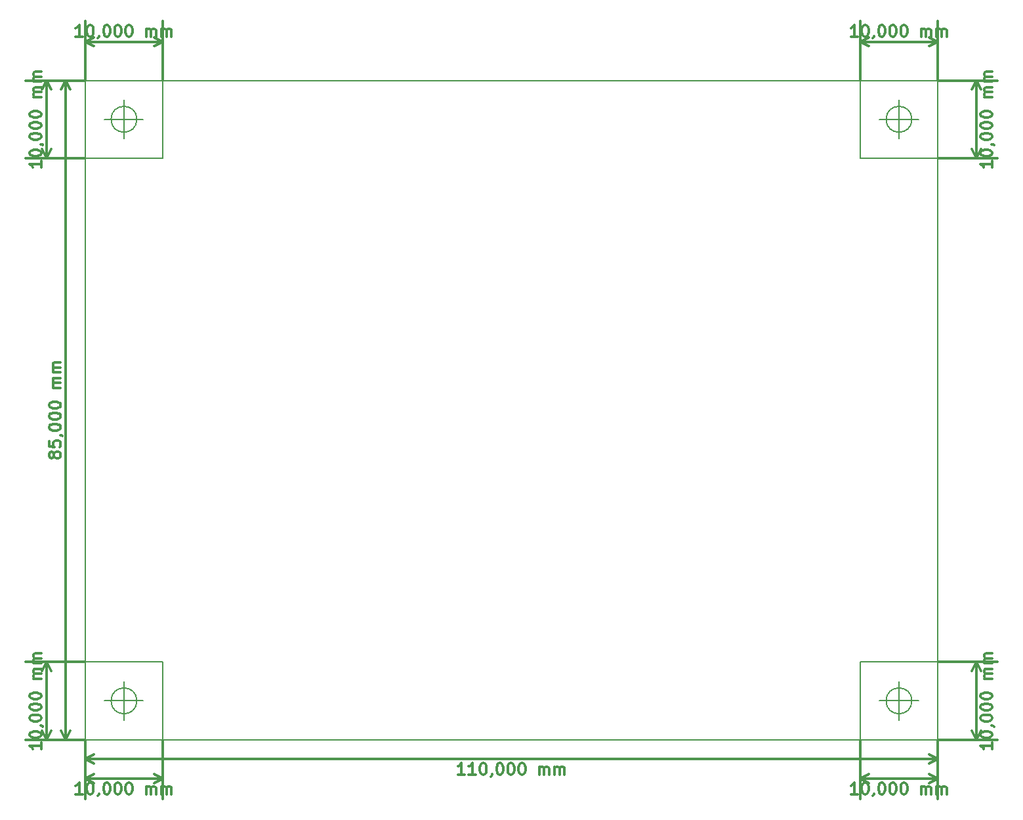
<source format=gbr>
G04 #@! TF.GenerationSoftware,KiCad,Pcbnew,(5.1.4)-1*
G04 #@! TF.CreationDate,2019-12-04T23:14:54+01:00*
G04 #@! TF.ProjectId,instru_bab_v2,696e7374-7275-45f6-9261-625f76322e6b,rev?*
G04 #@! TF.SameCoordinates,Original*
G04 #@! TF.FileFunction,Other,ECO1*
%FSLAX46Y46*%
G04 Gerber Fmt 4.6, Leading zero omitted, Abs format (unit mm)*
G04 Created by KiCad (PCBNEW (5.1.4)-1) date 2019-12-04 23:14:54*
%MOMM*%
%LPD*%
G04 APERTURE LIST*
%ADD10C,0.200000*%
%ADD11C,0.150000*%
%ADD12C,0.300000*%
G04 APERTURE END LIST*
D10*
X139667825Y-108334814D02*
G75*
G03X139667825Y-108334814I-1666666J0D01*
G01*
X135501159Y-108334814D02*
X140501159Y-108334814D01*
X138001159Y-105834814D02*
X138001159Y-110834814D01*
X139667825Y-33334814D02*
G75*
G03X139667825Y-33334814I-1666666J0D01*
G01*
X135501159Y-33334814D02*
X140501159Y-33334814D01*
X138001159Y-30834814D02*
X138001159Y-35834814D01*
X39667825Y-108334814D02*
G75*
G03X39667825Y-108334814I-1666666J0D01*
G01*
X35501159Y-108334814D02*
X40501159Y-108334814D01*
X38001159Y-105834814D02*
X38001159Y-110834814D01*
X39667825Y-33334814D02*
G75*
G03X39667825Y-33334814I-1666666J0D01*
G01*
X35501159Y-33334814D02*
X40501159Y-33334814D01*
X38001159Y-30834814D02*
X38001159Y-35834814D01*
D11*
X43001159Y-103334814D02*
X33001159Y-103334814D01*
X43001159Y-113334814D02*
X43001159Y-103334814D01*
X133001159Y-113334814D02*
X43001159Y-113334814D01*
X133001159Y-103334814D02*
X133001159Y-113334814D01*
X143001159Y-103334814D02*
X133001159Y-103334814D01*
X143001159Y-38334814D02*
X143001159Y-103334814D01*
X133001159Y-38334814D02*
X143001159Y-38334814D01*
X133001159Y-28334814D02*
X133001159Y-38334814D01*
X43001159Y-28334814D02*
X133001159Y-28334814D01*
X43001159Y-38334814D02*
X43001159Y-28334814D01*
X33001159Y-38334814D02*
X43001159Y-38334814D01*
X33001159Y-103334814D02*
X33001159Y-38334814D01*
D12*
X32644016Y-22663385D02*
X31786873Y-22663385D01*
X32215444Y-22663385D02*
X32215444Y-21163385D01*
X32072587Y-21377671D01*
X31929730Y-21520528D01*
X31786873Y-21591956D01*
X33572587Y-21163385D02*
X33715444Y-21163385D01*
X33858301Y-21234814D01*
X33929730Y-21306242D01*
X34001159Y-21449099D01*
X34072587Y-21734814D01*
X34072587Y-22091956D01*
X34001159Y-22377671D01*
X33929730Y-22520528D01*
X33858301Y-22591956D01*
X33715444Y-22663385D01*
X33572587Y-22663385D01*
X33429730Y-22591956D01*
X33358301Y-22520528D01*
X33286873Y-22377671D01*
X33215444Y-22091956D01*
X33215444Y-21734814D01*
X33286873Y-21449099D01*
X33358301Y-21306242D01*
X33429730Y-21234814D01*
X33572587Y-21163385D01*
X34786873Y-22591956D02*
X34786873Y-22663385D01*
X34715444Y-22806242D01*
X34644016Y-22877671D01*
X35715444Y-21163385D02*
X35858301Y-21163385D01*
X36001159Y-21234814D01*
X36072587Y-21306242D01*
X36144016Y-21449099D01*
X36215444Y-21734814D01*
X36215444Y-22091956D01*
X36144016Y-22377671D01*
X36072587Y-22520528D01*
X36001159Y-22591956D01*
X35858301Y-22663385D01*
X35715444Y-22663385D01*
X35572587Y-22591956D01*
X35501159Y-22520528D01*
X35429730Y-22377671D01*
X35358301Y-22091956D01*
X35358301Y-21734814D01*
X35429730Y-21449099D01*
X35501159Y-21306242D01*
X35572587Y-21234814D01*
X35715444Y-21163385D01*
X37144016Y-21163385D02*
X37286873Y-21163385D01*
X37429730Y-21234814D01*
X37501159Y-21306242D01*
X37572587Y-21449099D01*
X37644016Y-21734814D01*
X37644016Y-22091956D01*
X37572587Y-22377671D01*
X37501159Y-22520528D01*
X37429730Y-22591956D01*
X37286873Y-22663385D01*
X37144016Y-22663385D01*
X37001159Y-22591956D01*
X36929730Y-22520528D01*
X36858301Y-22377671D01*
X36786873Y-22091956D01*
X36786873Y-21734814D01*
X36858301Y-21449099D01*
X36929730Y-21306242D01*
X37001159Y-21234814D01*
X37144016Y-21163385D01*
X38572587Y-21163385D02*
X38715444Y-21163385D01*
X38858301Y-21234814D01*
X38929730Y-21306242D01*
X39001159Y-21449099D01*
X39072587Y-21734814D01*
X39072587Y-22091956D01*
X39001159Y-22377671D01*
X38929730Y-22520528D01*
X38858301Y-22591956D01*
X38715444Y-22663385D01*
X38572587Y-22663385D01*
X38429730Y-22591956D01*
X38358301Y-22520528D01*
X38286873Y-22377671D01*
X38215444Y-22091956D01*
X38215444Y-21734814D01*
X38286873Y-21449099D01*
X38358301Y-21306242D01*
X38429730Y-21234814D01*
X38572587Y-21163385D01*
X40858301Y-22663385D02*
X40858301Y-21663385D01*
X40858301Y-21806242D02*
X40929730Y-21734814D01*
X41072587Y-21663385D01*
X41286873Y-21663385D01*
X41429730Y-21734814D01*
X41501159Y-21877671D01*
X41501159Y-22663385D01*
X41501159Y-21877671D02*
X41572587Y-21734814D01*
X41715444Y-21663385D01*
X41929730Y-21663385D01*
X42072587Y-21734814D01*
X42144016Y-21877671D01*
X42144016Y-22663385D01*
X42858301Y-22663385D02*
X42858301Y-21663385D01*
X42858301Y-21806242D02*
X42929730Y-21734814D01*
X43072587Y-21663385D01*
X43286873Y-21663385D01*
X43429730Y-21734814D01*
X43501159Y-21877671D01*
X43501159Y-22663385D01*
X43501159Y-21877671D02*
X43572587Y-21734814D01*
X43715444Y-21663385D01*
X43929730Y-21663385D01*
X44072587Y-21734814D01*
X44144016Y-21877671D01*
X44144016Y-22663385D01*
X33001159Y-23334814D02*
X43001159Y-23334814D01*
X33001159Y-28334814D02*
X33001159Y-20634814D01*
X43001159Y-28334814D02*
X43001159Y-20634814D01*
X43001159Y-23334814D02*
X41874655Y-23921235D01*
X43001159Y-23334814D02*
X41874655Y-22748393D01*
X33001159Y-23334814D02*
X34127663Y-23921235D01*
X33001159Y-23334814D02*
X34127663Y-22748393D01*
X132644016Y-22663385D02*
X131786873Y-22663385D01*
X132215444Y-22663385D02*
X132215444Y-21163385D01*
X132072587Y-21377671D01*
X131929730Y-21520528D01*
X131786873Y-21591956D01*
X133572587Y-21163385D02*
X133715444Y-21163385D01*
X133858301Y-21234814D01*
X133929730Y-21306242D01*
X134001159Y-21449099D01*
X134072587Y-21734814D01*
X134072587Y-22091956D01*
X134001159Y-22377671D01*
X133929730Y-22520528D01*
X133858301Y-22591956D01*
X133715444Y-22663385D01*
X133572587Y-22663385D01*
X133429730Y-22591956D01*
X133358301Y-22520528D01*
X133286873Y-22377671D01*
X133215444Y-22091956D01*
X133215444Y-21734814D01*
X133286873Y-21449099D01*
X133358301Y-21306242D01*
X133429730Y-21234814D01*
X133572587Y-21163385D01*
X134786873Y-22591956D02*
X134786873Y-22663385D01*
X134715444Y-22806242D01*
X134644016Y-22877671D01*
X135715444Y-21163385D02*
X135858301Y-21163385D01*
X136001159Y-21234814D01*
X136072587Y-21306242D01*
X136144016Y-21449099D01*
X136215444Y-21734814D01*
X136215444Y-22091956D01*
X136144016Y-22377671D01*
X136072587Y-22520528D01*
X136001159Y-22591956D01*
X135858301Y-22663385D01*
X135715444Y-22663385D01*
X135572587Y-22591956D01*
X135501159Y-22520528D01*
X135429730Y-22377671D01*
X135358301Y-22091956D01*
X135358301Y-21734814D01*
X135429730Y-21449099D01*
X135501159Y-21306242D01*
X135572587Y-21234814D01*
X135715444Y-21163385D01*
X137144016Y-21163385D02*
X137286873Y-21163385D01*
X137429730Y-21234814D01*
X137501159Y-21306242D01*
X137572587Y-21449099D01*
X137644016Y-21734814D01*
X137644016Y-22091956D01*
X137572587Y-22377671D01*
X137501159Y-22520528D01*
X137429730Y-22591956D01*
X137286873Y-22663385D01*
X137144016Y-22663385D01*
X137001159Y-22591956D01*
X136929730Y-22520528D01*
X136858301Y-22377671D01*
X136786873Y-22091956D01*
X136786873Y-21734814D01*
X136858301Y-21449099D01*
X136929730Y-21306242D01*
X137001159Y-21234814D01*
X137144016Y-21163385D01*
X138572587Y-21163385D02*
X138715444Y-21163385D01*
X138858301Y-21234814D01*
X138929730Y-21306242D01*
X139001159Y-21449099D01*
X139072587Y-21734814D01*
X139072587Y-22091956D01*
X139001159Y-22377671D01*
X138929730Y-22520528D01*
X138858301Y-22591956D01*
X138715444Y-22663385D01*
X138572587Y-22663385D01*
X138429730Y-22591956D01*
X138358301Y-22520528D01*
X138286873Y-22377671D01*
X138215444Y-22091956D01*
X138215444Y-21734814D01*
X138286873Y-21449099D01*
X138358301Y-21306242D01*
X138429730Y-21234814D01*
X138572587Y-21163385D01*
X140858301Y-22663385D02*
X140858301Y-21663385D01*
X140858301Y-21806242D02*
X140929730Y-21734814D01*
X141072587Y-21663385D01*
X141286873Y-21663385D01*
X141429730Y-21734814D01*
X141501159Y-21877671D01*
X141501159Y-22663385D01*
X141501159Y-21877671D02*
X141572587Y-21734814D01*
X141715444Y-21663385D01*
X141929730Y-21663385D01*
X142072587Y-21734814D01*
X142144016Y-21877671D01*
X142144016Y-22663385D01*
X142858301Y-22663385D02*
X142858301Y-21663385D01*
X142858301Y-21806242D02*
X142929730Y-21734814D01*
X143072587Y-21663385D01*
X143286873Y-21663385D01*
X143429730Y-21734814D01*
X143501159Y-21877671D01*
X143501159Y-22663385D01*
X143501159Y-21877671D02*
X143572587Y-21734814D01*
X143715444Y-21663385D01*
X143929730Y-21663385D01*
X144072587Y-21734814D01*
X144144016Y-21877671D01*
X144144016Y-22663385D01*
X143001159Y-23334814D02*
X133001159Y-23334814D01*
X143001159Y-28334814D02*
X143001159Y-20634814D01*
X133001159Y-28334814D02*
X133001159Y-20634814D01*
X133001159Y-23334814D02*
X134127663Y-22748393D01*
X133001159Y-23334814D02*
X134127663Y-23921235D01*
X143001159Y-23334814D02*
X141874655Y-22748393D01*
X143001159Y-23334814D02*
X141874655Y-23921235D01*
X150029730Y-38691956D02*
X150029730Y-39549099D01*
X150029730Y-39120528D02*
X148529730Y-39120528D01*
X148744016Y-39263385D01*
X148886873Y-39406242D01*
X148958301Y-39549099D01*
X148529730Y-37763385D02*
X148529730Y-37620528D01*
X148601159Y-37477671D01*
X148672587Y-37406242D01*
X148815444Y-37334814D01*
X149101159Y-37263385D01*
X149458301Y-37263385D01*
X149744016Y-37334814D01*
X149886873Y-37406242D01*
X149958301Y-37477671D01*
X150029730Y-37620528D01*
X150029730Y-37763385D01*
X149958301Y-37906242D01*
X149886873Y-37977671D01*
X149744016Y-38049099D01*
X149458301Y-38120528D01*
X149101159Y-38120528D01*
X148815444Y-38049099D01*
X148672587Y-37977671D01*
X148601159Y-37906242D01*
X148529730Y-37763385D01*
X149958301Y-36549099D02*
X150029730Y-36549099D01*
X150172587Y-36620528D01*
X150244016Y-36691956D01*
X148529730Y-35620528D02*
X148529730Y-35477671D01*
X148601159Y-35334814D01*
X148672587Y-35263385D01*
X148815444Y-35191956D01*
X149101159Y-35120528D01*
X149458301Y-35120528D01*
X149744016Y-35191956D01*
X149886873Y-35263385D01*
X149958301Y-35334814D01*
X150029730Y-35477671D01*
X150029730Y-35620528D01*
X149958301Y-35763385D01*
X149886873Y-35834814D01*
X149744016Y-35906242D01*
X149458301Y-35977671D01*
X149101159Y-35977671D01*
X148815444Y-35906242D01*
X148672587Y-35834814D01*
X148601159Y-35763385D01*
X148529730Y-35620528D01*
X148529730Y-34191956D02*
X148529730Y-34049099D01*
X148601159Y-33906242D01*
X148672587Y-33834814D01*
X148815444Y-33763385D01*
X149101159Y-33691956D01*
X149458301Y-33691956D01*
X149744016Y-33763385D01*
X149886873Y-33834814D01*
X149958301Y-33906242D01*
X150029730Y-34049099D01*
X150029730Y-34191956D01*
X149958301Y-34334814D01*
X149886873Y-34406242D01*
X149744016Y-34477671D01*
X149458301Y-34549099D01*
X149101159Y-34549099D01*
X148815444Y-34477671D01*
X148672587Y-34406242D01*
X148601159Y-34334814D01*
X148529730Y-34191956D01*
X148529730Y-32763385D02*
X148529730Y-32620528D01*
X148601159Y-32477671D01*
X148672587Y-32406242D01*
X148815444Y-32334814D01*
X149101159Y-32263385D01*
X149458301Y-32263385D01*
X149744016Y-32334814D01*
X149886873Y-32406242D01*
X149958301Y-32477671D01*
X150029730Y-32620528D01*
X150029730Y-32763385D01*
X149958301Y-32906242D01*
X149886873Y-32977671D01*
X149744016Y-33049099D01*
X149458301Y-33120528D01*
X149101159Y-33120528D01*
X148815444Y-33049099D01*
X148672587Y-32977671D01*
X148601159Y-32906242D01*
X148529730Y-32763385D01*
X150029730Y-30477671D02*
X149029730Y-30477671D01*
X149172587Y-30477671D02*
X149101159Y-30406242D01*
X149029730Y-30263385D01*
X149029730Y-30049099D01*
X149101159Y-29906242D01*
X149244016Y-29834814D01*
X150029730Y-29834814D01*
X149244016Y-29834814D02*
X149101159Y-29763385D01*
X149029730Y-29620528D01*
X149029730Y-29406242D01*
X149101159Y-29263385D01*
X149244016Y-29191956D01*
X150029730Y-29191956D01*
X150029730Y-28477671D02*
X149029730Y-28477671D01*
X149172587Y-28477671D02*
X149101159Y-28406242D01*
X149029730Y-28263385D01*
X149029730Y-28049099D01*
X149101159Y-27906242D01*
X149244016Y-27834814D01*
X150029730Y-27834814D01*
X149244016Y-27834814D02*
X149101159Y-27763385D01*
X149029730Y-27620528D01*
X149029730Y-27406242D01*
X149101159Y-27263385D01*
X149244016Y-27191956D01*
X150029730Y-27191956D01*
X148001159Y-28334814D02*
X148001159Y-38334814D01*
X143001159Y-28334814D02*
X150701159Y-28334814D01*
X143001159Y-38334814D02*
X150701159Y-38334814D01*
X148001159Y-38334814D02*
X147414738Y-37208310D01*
X148001159Y-38334814D02*
X148587580Y-37208310D01*
X148001159Y-28334814D02*
X147414738Y-29461318D01*
X148001159Y-28334814D02*
X148587580Y-29461318D01*
D10*
X143001159Y-113334814D02*
X33001159Y-113334814D01*
X143001159Y-28334814D02*
X143001159Y-113334814D01*
X33001159Y-28334814D02*
X143001159Y-28334814D01*
X33001159Y-113334814D02*
X33001159Y-28334814D01*
D12*
X150029730Y-113691956D02*
X150029730Y-114549099D01*
X150029730Y-114120528D02*
X148529730Y-114120528D01*
X148744016Y-114263385D01*
X148886873Y-114406242D01*
X148958301Y-114549099D01*
X148529730Y-112763385D02*
X148529730Y-112620528D01*
X148601159Y-112477671D01*
X148672587Y-112406242D01*
X148815444Y-112334814D01*
X149101159Y-112263385D01*
X149458301Y-112263385D01*
X149744016Y-112334814D01*
X149886873Y-112406242D01*
X149958301Y-112477671D01*
X150029730Y-112620528D01*
X150029730Y-112763385D01*
X149958301Y-112906242D01*
X149886873Y-112977671D01*
X149744016Y-113049099D01*
X149458301Y-113120528D01*
X149101159Y-113120528D01*
X148815444Y-113049099D01*
X148672587Y-112977671D01*
X148601159Y-112906242D01*
X148529730Y-112763385D01*
X149958301Y-111549099D02*
X150029730Y-111549099D01*
X150172587Y-111620528D01*
X150244016Y-111691956D01*
X148529730Y-110620528D02*
X148529730Y-110477671D01*
X148601159Y-110334814D01*
X148672587Y-110263385D01*
X148815444Y-110191956D01*
X149101159Y-110120528D01*
X149458301Y-110120528D01*
X149744016Y-110191956D01*
X149886873Y-110263385D01*
X149958301Y-110334814D01*
X150029730Y-110477671D01*
X150029730Y-110620528D01*
X149958301Y-110763385D01*
X149886873Y-110834814D01*
X149744016Y-110906242D01*
X149458301Y-110977671D01*
X149101159Y-110977671D01*
X148815444Y-110906242D01*
X148672587Y-110834814D01*
X148601159Y-110763385D01*
X148529730Y-110620528D01*
X148529730Y-109191956D02*
X148529730Y-109049099D01*
X148601159Y-108906242D01*
X148672587Y-108834814D01*
X148815444Y-108763385D01*
X149101159Y-108691956D01*
X149458301Y-108691956D01*
X149744016Y-108763385D01*
X149886873Y-108834814D01*
X149958301Y-108906242D01*
X150029730Y-109049099D01*
X150029730Y-109191956D01*
X149958301Y-109334814D01*
X149886873Y-109406242D01*
X149744016Y-109477671D01*
X149458301Y-109549099D01*
X149101159Y-109549099D01*
X148815444Y-109477671D01*
X148672587Y-109406242D01*
X148601159Y-109334814D01*
X148529730Y-109191956D01*
X148529730Y-107763385D02*
X148529730Y-107620528D01*
X148601159Y-107477671D01*
X148672587Y-107406242D01*
X148815444Y-107334814D01*
X149101159Y-107263385D01*
X149458301Y-107263385D01*
X149744016Y-107334814D01*
X149886873Y-107406242D01*
X149958301Y-107477671D01*
X150029730Y-107620528D01*
X150029730Y-107763385D01*
X149958301Y-107906242D01*
X149886873Y-107977671D01*
X149744016Y-108049099D01*
X149458301Y-108120528D01*
X149101159Y-108120528D01*
X148815444Y-108049099D01*
X148672587Y-107977671D01*
X148601159Y-107906242D01*
X148529730Y-107763385D01*
X150029730Y-105477671D02*
X149029730Y-105477671D01*
X149172587Y-105477671D02*
X149101159Y-105406242D01*
X149029730Y-105263385D01*
X149029730Y-105049099D01*
X149101159Y-104906242D01*
X149244016Y-104834814D01*
X150029730Y-104834814D01*
X149244016Y-104834814D02*
X149101159Y-104763385D01*
X149029730Y-104620528D01*
X149029730Y-104406242D01*
X149101159Y-104263385D01*
X149244016Y-104191956D01*
X150029730Y-104191956D01*
X150029730Y-103477671D02*
X149029730Y-103477671D01*
X149172587Y-103477671D02*
X149101159Y-103406242D01*
X149029730Y-103263385D01*
X149029730Y-103049099D01*
X149101159Y-102906242D01*
X149244016Y-102834814D01*
X150029730Y-102834814D01*
X149244016Y-102834814D02*
X149101159Y-102763385D01*
X149029730Y-102620528D01*
X149029730Y-102406242D01*
X149101159Y-102263385D01*
X149244016Y-102191956D01*
X150029730Y-102191956D01*
X148001159Y-113334814D02*
X148001159Y-103334814D01*
X143001159Y-113334814D02*
X150701159Y-113334814D01*
X143001159Y-103334814D02*
X150701159Y-103334814D01*
X148001159Y-103334814D02*
X148587580Y-104461318D01*
X148001159Y-103334814D02*
X147414738Y-104461318D01*
X148001159Y-113334814D02*
X148587580Y-112208310D01*
X148001159Y-113334814D02*
X147414738Y-112208310D01*
X132644016Y-120363385D02*
X131786873Y-120363385D01*
X132215444Y-120363385D02*
X132215444Y-118863385D01*
X132072587Y-119077671D01*
X131929730Y-119220528D01*
X131786873Y-119291956D01*
X133572587Y-118863385D02*
X133715444Y-118863385D01*
X133858301Y-118934814D01*
X133929730Y-119006242D01*
X134001159Y-119149099D01*
X134072587Y-119434814D01*
X134072587Y-119791956D01*
X134001159Y-120077671D01*
X133929730Y-120220528D01*
X133858301Y-120291956D01*
X133715444Y-120363385D01*
X133572587Y-120363385D01*
X133429730Y-120291956D01*
X133358301Y-120220528D01*
X133286873Y-120077671D01*
X133215444Y-119791956D01*
X133215444Y-119434814D01*
X133286873Y-119149099D01*
X133358301Y-119006242D01*
X133429730Y-118934814D01*
X133572587Y-118863385D01*
X134786873Y-120291956D02*
X134786873Y-120363385D01*
X134715444Y-120506242D01*
X134644016Y-120577671D01*
X135715444Y-118863385D02*
X135858301Y-118863385D01*
X136001159Y-118934814D01*
X136072587Y-119006242D01*
X136144016Y-119149099D01*
X136215444Y-119434814D01*
X136215444Y-119791956D01*
X136144016Y-120077671D01*
X136072587Y-120220528D01*
X136001159Y-120291956D01*
X135858301Y-120363385D01*
X135715444Y-120363385D01*
X135572587Y-120291956D01*
X135501159Y-120220528D01*
X135429730Y-120077671D01*
X135358301Y-119791956D01*
X135358301Y-119434814D01*
X135429730Y-119149099D01*
X135501159Y-119006242D01*
X135572587Y-118934814D01*
X135715444Y-118863385D01*
X137144016Y-118863385D02*
X137286873Y-118863385D01*
X137429730Y-118934814D01*
X137501159Y-119006242D01*
X137572587Y-119149099D01*
X137644016Y-119434814D01*
X137644016Y-119791956D01*
X137572587Y-120077671D01*
X137501159Y-120220528D01*
X137429730Y-120291956D01*
X137286873Y-120363385D01*
X137144016Y-120363385D01*
X137001159Y-120291956D01*
X136929730Y-120220528D01*
X136858301Y-120077671D01*
X136786873Y-119791956D01*
X136786873Y-119434814D01*
X136858301Y-119149099D01*
X136929730Y-119006242D01*
X137001159Y-118934814D01*
X137144016Y-118863385D01*
X138572587Y-118863385D02*
X138715444Y-118863385D01*
X138858301Y-118934814D01*
X138929730Y-119006242D01*
X139001159Y-119149099D01*
X139072587Y-119434814D01*
X139072587Y-119791956D01*
X139001159Y-120077671D01*
X138929730Y-120220528D01*
X138858301Y-120291956D01*
X138715444Y-120363385D01*
X138572587Y-120363385D01*
X138429730Y-120291956D01*
X138358301Y-120220528D01*
X138286873Y-120077671D01*
X138215444Y-119791956D01*
X138215444Y-119434814D01*
X138286873Y-119149099D01*
X138358301Y-119006242D01*
X138429730Y-118934814D01*
X138572587Y-118863385D01*
X140858301Y-120363385D02*
X140858301Y-119363385D01*
X140858301Y-119506242D02*
X140929730Y-119434814D01*
X141072587Y-119363385D01*
X141286873Y-119363385D01*
X141429730Y-119434814D01*
X141501159Y-119577671D01*
X141501159Y-120363385D01*
X141501159Y-119577671D02*
X141572587Y-119434814D01*
X141715444Y-119363385D01*
X141929730Y-119363385D01*
X142072587Y-119434814D01*
X142144016Y-119577671D01*
X142144016Y-120363385D01*
X142858301Y-120363385D02*
X142858301Y-119363385D01*
X142858301Y-119506242D02*
X142929730Y-119434814D01*
X143072587Y-119363385D01*
X143286873Y-119363385D01*
X143429730Y-119434814D01*
X143501159Y-119577671D01*
X143501159Y-120363385D01*
X143501159Y-119577671D02*
X143572587Y-119434814D01*
X143715444Y-119363385D01*
X143929730Y-119363385D01*
X144072587Y-119434814D01*
X144144016Y-119577671D01*
X144144016Y-120363385D01*
X143001159Y-118334814D02*
X133001159Y-118334814D01*
X143001159Y-113334814D02*
X143001159Y-121034814D01*
X133001159Y-113334814D02*
X133001159Y-121034814D01*
X133001159Y-118334814D02*
X134127663Y-117748393D01*
X133001159Y-118334814D02*
X134127663Y-118921235D01*
X143001159Y-118334814D02*
X141874655Y-117748393D01*
X143001159Y-118334814D02*
X141874655Y-118921235D01*
X27329730Y-38691956D02*
X27329730Y-39549099D01*
X27329730Y-39120528D02*
X25829730Y-39120528D01*
X26044016Y-39263385D01*
X26186873Y-39406242D01*
X26258301Y-39549099D01*
X25829730Y-37763385D02*
X25829730Y-37620528D01*
X25901159Y-37477671D01*
X25972587Y-37406242D01*
X26115444Y-37334814D01*
X26401159Y-37263385D01*
X26758301Y-37263385D01*
X27044016Y-37334814D01*
X27186873Y-37406242D01*
X27258301Y-37477671D01*
X27329730Y-37620528D01*
X27329730Y-37763385D01*
X27258301Y-37906242D01*
X27186873Y-37977671D01*
X27044016Y-38049099D01*
X26758301Y-38120528D01*
X26401159Y-38120528D01*
X26115444Y-38049099D01*
X25972587Y-37977671D01*
X25901159Y-37906242D01*
X25829730Y-37763385D01*
X27258301Y-36549099D02*
X27329730Y-36549099D01*
X27472587Y-36620528D01*
X27544016Y-36691956D01*
X25829730Y-35620528D02*
X25829730Y-35477671D01*
X25901159Y-35334814D01*
X25972587Y-35263385D01*
X26115444Y-35191956D01*
X26401159Y-35120528D01*
X26758301Y-35120528D01*
X27044016Y-35191956D01*
X27186873Y-35263385D01*
X27258301Y-35334814D01*
X27329730Y-35477671D01*
X27329730Y-35620528D01*
X27258301Y-35763385D01*
X27186873Y-35834814D01*
X27044016Y-35906242D01*
X26758301Y-35977671D01*
X26401159Y-35977671D01*
X26115444Y-35906242D01*
X25972587Y-35834814D01*
X25901159Y-35763385D01*
X25829730Y-35620528D01*
X25829730Y-34191956D02*
X25829730Y-34049099D01*
X25901159Y-33906242D01*
X25972587Y-33834814D01*
X26115444Y-33763385D01*
X26401159Y-33691956D01*
X26758301Y-33691956D01*
X27044016Y-33763385D01*
X27186873Y-33834814D01*
X27258301Y-33906242D01*
X27329730Y-34049099D01*
X27329730Y-34191956D01*
X27258301Y-34334814D01*
X27186873Y-34406242D01*
X27044016Y-34477671D01*
X26758301Y-34549099D01*
X26401159Y-34549099D01*
X26115444Y-34477671D01*
X25972587Y-34406242D01*
X25901159Y-34334814D01*
X25829730Y-34191956D01*
X25829730Y-32763385D02*
X25829730Y-32620528D01*
X25901159Y-32477671D01*
X25972587Y-32406242D01*
X26115444Y-32334814D01*
X26401159Y-32263385D01*
X26758301Y-32263385D01*
X27044016Y-32334814D01*
X27186873Y-32406242D01*
X27258301Y-32477671D01*
X27329730Y-32620528D01*
X27329730Y-32763385D01*
X27258301Y-32906242D01*
X27186873Y-32977671D01*
X27044016Y-33049099D01*
X26758301Y-33120528D01*
X26401159Y-33120528D01*
X26115444Y-33049099D01*
X25972587Y-32977671D01*
X25901159Y-32906242D01*
X25829730Y-32763385D01*
X27329730Y-30477671D02*
X26329730Y-30477671D01*
X26472587Y-30477671D02*
X26401159Y-30406242D01*
X26329730Y-30263385D01*
X26329730Y-30049099D01*
X26401159Y-29906242D01*
X26544016Y-29834814D01*
X27329730Y-29834814D01*
X26544016Y-29834814D02*
X26401159Y-29763385D01*
X26329730Y-29620528D01*
X26329730Y-29406242D01*
X26401159Y-29263385D01*
X26544016Y-29191956D01*
X27329730Y-29191956D01*
X27329730Y-28477671D02*
X26329730Y-28477671D01*
X26472587Y-28477671D02*
X26401159Y-28406242D01*
X26329730Y-28263385D01*
X26329730Y-28049099D01*
X26401159Y-27906242D01*
X26544016Y-27834814D01*
X27329730Y-27834814D01*
X26544016Y-27834814D02*
X26401159Y-27763385D01*
X26329730Y-27620528D01*
X26329730Y-27406242D01*
X26401159Y-27263385D01*
X26544016Y-27191956D01*
X27329730Y-27191956D01*
X28001159Y-28334814D02*
X28001159Y-38334814D01*
X33001159Y-28334814D02*
X25301159Y-28334814D01*
X33001159Y-38334814D02*
X25301159Y-38334814D01*
X28001159Y-38334814D02*
X27414738Y-37208310D01*
X28001159Y-38334814D02*
X28587580Y-37208310D01*
X28001159Y-28334814D02*
X27414738Y-29461318D01*
X28001159Y-28334814D02*
X28587580Y-29461318D01*
X32644016Y-120363385D02*
X31786873Y-120363385D01*
X32215444Y-120363385D02*
X32215444Y-118863385D01*
X32072587Y-119077671D01*
X31929730Y-119220528D01*
X31786873Y-119291956D01*
X33572587Y-118863385D02*
X33715444Y-118863385D01*
X33858301Y-118934814D01*
X33929730Y-119006242D01*
X34001159Y-119149099D01*
X34072587Y-119434814D01*
X34072587Y-119791956D01*
X34001159Y-120077671D01*
X33929730Y-120220528D01*
X33858301Y-120291956D01*
X33715444Y-120363385D01*
X33572587Y-120363385D01*
X33429730Y-120291956D01*
X33358301Y-120220528D01*
X33286873Y-120077671D01*
X33215444Y-119791956D01*
X33215444Y-119434814D01*
X33286873Y-119149099D01*
X33358301Y-119006242D01*
X33429730Y-118934814D01*
X33572587Y-118863385D01*
X34786873Y-120291956D02*
X34786873Y-120363385D01*
X34715444Y-120506242D01*
X34644016Y-120577671D01*
X35715444Y-118863385D02*
X35858301Y-118863385D01*
X36001159Y-118934814D01*
X36072587Y-119006242D01*
X36144016Y-119149099D01*
X36215444Y-119434814D01*
X36215444Y-119791956D01*
X36144016Y-120077671D01*
X36072587Y-120220528D01*
X36001159Y-120291956D01*
X35858301Y-120363385D01*
X35715444Y-120363385D01*
X35572587Y-120291956D01*
X35501159Y-120220528D01*
X35429730Y-120077671D01*
X35358301Y-119791956D01*
X35358301Y-119434814D01*
X35429730Y-119149099D01*
X35501159Y-119006242D01*
X35572587Y-118934814D01*
X35715444Y-118863385D01*
X37144016Y-118863385D02*
X37286873Y-118863385D01*
X37429730Y-118934814D01*
X37501159Y-119006242D01*
X37572587Y-119149099D01*
X37644016Y-119434814D01*
X37644016Y-119791956D01*
X37572587Y-120077671D01*
X37501159Y-120220528D01*
X37429730Y-120291956D01*
X37286873Y-120363385D01*
X37144016Y-120363385D01*
X37001159Y-120291956D01*
X36929730Y-120220528D01*
X36858301Y-120077671D01*
X36786873Y-119791956D01*
X36786873Y-119434814D01*
X36858301Y-119149099D01*
X36929730Y-119006242D01*
X37001159Y-118934814D01*
X37144016Y-118863385D01*
X38572587Y-118863385D02*
X38715444Y-118863385D01*
X38858301Y-118934814D01*
X38929730Y-119006242D01*
X39001159Y-119149099D01*
X39072587Y-119434814D01*
X39072587Y-119791956D01*
X39001159Y-120077671D01*
X38929730Y-120220528D01*
X38858301Y-120291956D01*
X38715444Y-120363385D01*
X38572587Y-120363385D01*
X38429730Y-120291956D01*
X38358301Y-120220528D01*
X38286873Y-120077671D01*
X38215444Y-119791956D01*
X38215444Y-119434814D01*
X38286873Y-119149099D01*
X38358301Y-119006242D01*
X38429730Y-118934814D01*
X38572587Y-118863385D01*
X40858301Y-120363385D02*
X40858301Y-119363385D01*
X40858301Y-119506242D02*
X40929730Y-119434814D01*
X41072587Y-119363385D01*
X41286873Y-119363385D01*
X41429730Y-119434814D01*
X41501159Y-119577671D01*
X41501159Y-120363385D01*
X41501159Y-119577671D02*
X41572587Y-119434814D01*
X41715444Y-119363385D01*
X41929730Y-119363385D01*
X42072587Y-119434814D01*
X42144016Y-119577671D01*
X42144016Y-120363385D01*
X42858301Y-120363385D02*
X42858301Y-119363385D01*
X42858301Y-119506242D02*
X42929730Y-119434814D01*
X43072587Y-119363385D01*
X43286873Y-119363385D01*
X43429730Y-119434814D01*
X43501159Y-119577671D01*
X43501159Y-120363385D01*
X43501159Y-119577671D02*
X43572587Y-119434814D01*
X43715444Y-119363385D01*
X43929730Y-119363385D01*
X44072587Y-119434814D01*
X44144016Y-119577671D01*
X44144016Y-120363385D01*
X33001159Y-118334814D02*
X43001159Y-118334814D01*
X33001159Y-113334814D02*
X33001159Y-121034814D01*
X43001159Y-113334814D02*
X43001159Y-121034814D01*
X43001159Y-118334814D02*
X41874655Y-118921235D01*
X43001159Y-118334814D02*
X41874655Y-117748393D01*
X33001159Y-118334814D02*
X34127663Y-118921235D01*
X33001159Y-118334814D02*
X34127663Y-117748393D01*
X27329730Y-113691956D02*
X27329730Y-114549099D01*
X27329730Y-114120528D02*
X25829730Y-114120528D01*
X26044016Y-114263385D01*
X26186873Y-114406242D01*
X26258301Y-114549099D01*
X25829730Y-112763385D02*
X25829730Y-112620528D01*
X25901159Y-112477671D01*
X25972587Y-112406242D01*
X26115444Y-112334814D01*
X26401159Y-112263385D01*
X26758301Y-112263385D01*
X27044016Y-112334814D01*
X27186873Y-112406242D01*
X27258301Y-112477671D01*
X27329730Y-112620528D01*
X27329730Y-112763385D01*
X27258301Y-112906242D01*
X27186873Y-112977671D01*
X27044016Y-113049099D01*
X26758301Y-113120528D01*
X26401159Y-113120528D01*
X26115444Y-113049099D01*
X25972587Y-112977671D01*
X25901159Y-112906242D01*
X25829730Y-112763385D01*
X27258301Y-111549099D02*
X27329730Y-111549099D01*
X27472587Y-111620528D01*
X27544016Y-111691956D01*
X25829730Y-110620528D02*
X25829730Y-110477671D01*
X25901159Y-110334814D01*
X25972587Y-110263385D01*
X26115444Y-110191956D01*
X26401159Y-110120528D01*
X26758301Y-110120528D01*
X27044016Y-110191956D01*
X27186873Y-110263385D01*
X27258301Y-110334814D01*
X27329730Y-110477671D01*
X27329730Y-110620528D01*
X27258301Y-110763385D01*
X27186873Y-110834814D01*
X27044016Y-110906242D01*
X26758301Y-110977671D01*
X26401159Y-110977671D01*
X26115444Y-110906242D01*
X25972587Y-110834814D01*
X25901159Y-110763385D01*
X25829730Y-110620528D01*
X25829730Y-109191956D02*
X25829730Y-109049099D01*
X25901159Y-108906242D01*
X25972587Y-108834814D01*
X26115444Y-108763385D01*
X26401159Y-108691956D01*
X26758301Y-108691956D01*
X27044016Y-108763385D01*
X27186873Y-108834814D01*
X27258301Y-108906242D01*
X27329730Y-109049099D01*
X27329730Y-109191956D01*
X27258301Y-109334814D01*
X27186873Y-109406242D01*
X27044016Y-109477671D01*
X26758301Y-109549099D01*
X26401159Y-109549099D01*
X26115444Y-109477671D01*
X25972587Y-109406242D01*
X25901159Y-109334814D01*
X25829730Y-109191956D01*
X25829730Y-107763385D02*
X25829730Y-107620528D01*
X25901159Y-107477671D01*
X25972587Y-107406242D01*
X26115444Y-107334814D01*
X26401159Y-107263385D01*
X26758301Y-107263385D01*
X27044016Y-107334814D01*
X27186873Y-107406242D01*
X27258301Y-107477671D01*
X27329730Y-107620528D01*
X27329730Y-107763385D01*
X27258301Y-107906242D01*
X27186873Y-107977671D01*
X27044016Y-108049099D01*
X26758301Y-108120528D01*
X26401159Y-108120528D01*
X26115444Y-108049099D01*
X25972587Y-107977671D01*
X25901159Y-107906242D01*
X25829730Y-107763385D01*
X27329730Y-105477671D02*
X26329730Y-105477671D01*
X26472587Y-105477671D02*
X26401159Y-105406242D01*
X26329730Y-105263385D01*
X26329730Y-105049099D01*
X26401159Y-104906242D01*
X26544016Y-104834814D01*
X27329730Y-104834814D01*
X26544016Y-104834814D02*
X26401159Y-104763385D01*
X26329730Y-104620528D01*
X26329730Y-104406242D01*
X26401159Y-104263385D01*
X26544016Y-104191956D01*
X27329730Y-104191956D01*
X27329730Y-103477671D02*
X26329730Y-103477671D01*
X26472587Y-103477671D02*
X26401159Y-103406242D01*
X26329730Y-103263385D01*
X26329730Y-103049099D01*
X26401159Y-102906242D01*
X26544016Y-102834814D01*
X27329730Y-102834814D01*
X26544016Y-102834814D02*
X26401159Y-102763385D01*
X26329730Y-102620528D01*
X26329730Y-102406242D01*
X26401159Y-102263385D01*
X26544016Y-102191956D01*
X27329730Y-102191956D01*
X28001159Y-113334814D02*
X28001159Y-103334814D01*
X33001159Y-113334814D02*
X25301159Y-113334814D01*
X33001159Y-103334814D02*
X25301159Y-103334814D01*
X28001159Y-103334814D02*
X28587580Y-104461318D01*
X28001159Y-103334814D02*
X27414738Y-104461318D01*
X28001159Y-113334814D02*
X28587580Y-112208310D01*
X28001159Y-113334814D02*
X27414738Y-112208310D01*
X81929730Y-117863385D02*
X81072587Y-117863385D01*
X81501159Y-117863385D02*
X81501159Y-116363385D01*
X81358301Y-116577671D01*
X81215444Y-116720528D01*
X81072587Y-116791956D01*
X83358301Y-117863385D02*
X82501159Y-117863385D01*
X82929730Y-117863385D02*
X82929730Y-116363385D01*
X82786873Y-116577671D01*
X82644016Y-116720528D01*
X82501159Y-116791956D01*
X84286873Y-116363385D02*
X84429730Y-116363385D01*
X84572587Y-116434814D01*
X84644016Y-116506242D01*
X84715444Y-116649099D01*
X84786873Y-116934814D01*
X84786873Y-117291956D01*
X84715444Y-117577671D01*
X84644016Y-117720528D01*
X84572587Y-117791956D01*
X84429730Y-117863385D01*
X84286873Y-117863385D01*
X84144016Y-117791956D01*
X84072587Y-117720528D01*
X84001159Y-117577671D01*
X83929730Y-117291956D01*
X83929730Y-116934814D01*
X84001159Y-116649099D01*
X84072587Y-116506242D01*
X84144016Y-116434814D01*
X84286873Y-116363385D01*
X85501159Y-117791956D02*
X85501159Y-117863385D01*
X85429730Y-118006242D01*
X85358301Y-118077671D01*
X86429730Y-116363385D02*
X86572587Y-116363385D01*
X86715444Y-116434814D01*
X86786873Y-116506242D01*
X86858301Y-116649099D01*
X86929730Y-116934814D01*
X86929730Y-117291956D01*
X86858301Y-117577671D01*
X86786873Y-117720528D01*
X86715444Y-117791956D01*
X86572587Y-117863385D01*
X86429730Y-117863385D01*
X86286873Y-117791956D01*
X86215444Y-117720528D01*
X86144016Y-117577671D01*
X86072587Y-117291956D01*
X86072587Y-116934814D01*
X86144016Y-116649099D01*
X86215444Y-116506242D01*
X86286873Y-116434814D01*
X86429730Y-116363385D01*
X87858301Y-116363385D02*
X88001159Y-116363385D01*
X88144016Y-116434814D01*
X88215444Y-116506242D01*
X88286873Y-116649099D01*
X88358301Y-116934814D01*
X88358301Y-117291956D01*
X88286873Y-117577671D01*
X88215444Y-117720528D01*
X88144016Y-117791956D01*
X88001159Y-117863385D01*
X87858301Y-117863385D01*
X87715444Y-117791956D01*
X87644016Y-117720528D01*
X87572587Y-117577671D01*
X87501159Y-117291956D01*
X87501159Y-116934814D01*
X87572587Y-116649099D01*
X87644016Y-116506242D01*
X87715444Y-116434814D01*
X87858301Y-116363385D01*
X89286873Y-116363385D02*
X89429730Y-116363385D01*
X89572587Y-116434814D01*
X89644016Y-116506242D01*
X89715444Y-116649099D01*
X89786873Y-116934814D01*
X89786873Y-117291956D01*
X89715444Y-117577671D01*
X89644016Y-117720528D01*
X89572587Y-117791956D01*
X89429730Y-117863385D01*
X89286873Y-117863385D01*
X89144016Y-117791956D01*
X89072587Y-117720528D01*
X89001159Y-117577671D01*
X88929730Y-117291956D01*
X88929730Y-116934814D01*
X89001159Y-116649099D01*
X89072587Y-116506242D01*
X89144016Y-116434814D01*
X89286873Y-116363385D01*
X91572587Y-117863385D02*
X91572587Y-116863385D01*
X91572587Y-117006242D02*
X91644016Y-116934814D01*
X91786873Y-116863385D01*
X92001159Y-116863385D01*
X92144016Y-116934814D01*
X92215444Y-117077671D01*
X92215444Y-117863385D01*
X92215444Y-117077671D02*
X92286873Y-116934814D01*
X92429730Y-116863385D01*
X92644016Y-116863385D01*
X92786873Y-116934814D01*
X92858301Y-117077671D01*
X92858301Y-117863385D01*
X93572587Y-117863385D02*
X93572587Y-116863385D01*
X93572587Y-117006242D02*
X93644016Y-116934814D01*
X93786873Y-116863385D01*
X94001159Y-116863385D01*
X94144016Y-116934814D01*
X94215444Y-117077671D01*
X94215444Y-117863385D01*
X94215444Y-117077671D02*
X94286873Y-116934814D01*
X94429730Y-116863385D01*
X94644016Y-116863385D01*
X94786873Y-116934814D01*
X94858301Y-117077671D01*
X94858301Y-117863385D01*
X33001159Y-115834814D02*
X143001159Y-115834814D01*
X33001159Y-113334814D02*
X33001159Y-118534814D01*
X143001159Y-113334814D02*
X143001159Y-118534814D01*
X143001159Y-115834814D02*
X141874655Y-116421235D01*
X143001159Y-115834814D02*
X141874655Y-115248393D01*
X33001159Y-115834814D02*
X34127663Y-116421235D01*
X33001159Y-115834814D02*
X34127663Y-115248393D01*
X28972587Y-76763385D02*
X28901159Y-76906242D01*
X28829730Y-76977671D01*
X28686873Y-77049099D01*
X28615444Y-77049099D01*
X28472587Y-76977671D01*
X28401159Y-76906242D01*
X28329730Y-76763385D01*
X28329730Y-76477671D01*
X28401159Y-76334814D01*
X28472587Y-76263385D01*
X28615444Y-76191956D01*
X28686873Y-76191956D01*
X28829730Y-76263385D01*
X28901159Y-76334814D01*
X28972587Y-76477671D01*
X28972587Y-76763385D01*
X29044016Y-76906242D01*
X29115444Y-76977671D01*
X29258301Y-77049099D01*
X29544016Y-77049099D01*
X29686873Y-76977671D01*
X29758301Y-76906242D01*
X29829730Y-76763385D01*
X29829730Y-76477671D01*
X29758301Y-76334814D01*
X29686873Y-76263385D01*
X29544016Y-76191956D01*
X29258301Y-76191956D01*
X29115444Y-76263385D01*
X29044016Y-76334814D01*
X28972587Y-76477671D01*
X28329730Y-74834814D02*
X28329730Y-75549099D01*
X29044016Y-75620528D01*
X28972587Y-75549099D01*
X28901159Y-75406242D01*
X28901159Y-75049099D01*
X28972587Y-74906242D01*
X29044016Y-74834814D01*
X29186873Y-74763385D01*
X29544016Y-74763385D01*
X29686873Y-74834814D01*
X29758301Y-74906242D01*
X29829730Y-75049099D01*
X29829730Y-75406242D01*
X29758301Y-75549099D01*
X29686873Y-75620528D01*
X29758301Y-74049099D02*
X29829730Y-74049099D01*
X29972587Y-74120528D01*
X30044016Y-74191956D01*
X28329730Y-73120528D02*
X28329730Y-72977671D01*
X28401159Y-72834814D01*
X28472587Y-72763385D01*
X28615444Y-72691956D01*
X28901159Y-72620528D01*
X29258301Y-72620528D01*
X29544016Y-72691956D01*
X29686873Y-72763385D01*
X29758301Y-72834814D01*
X29829730Y-72977671D01*
X29829730Y-73120528D01*
X29758301Y-73263385D01*
X29686873Y-73334814D01*
X29544016Y-73406242D01*
X29258301Y-73477671D01*
X28901159Y-73477671D01*
X28615444Y-73406242D01*
X28472587Y-73334814D01*
X28401159Y-73263385D01*
X28329730Y-73120528D01*
X28329730Y-71691956D02*
X28329730Y-71549099D01*
X28401159Y-71406242D01*
X28472587Y-71334814D01*
X28615444Y-71263385D01*
X28901159Y-71191956D01*
X29258301Y-71191956D01*
X29544016Y-71263385D01*
X29686873Y-71334814D01*
X29758301Y-71406242D01*
X29829730Y-71549099D01*
X29829730Y-71691956D01*
X29758301Y-71834814D01*
X29686873Y-71906242D01*
X29544016Y-71977671D01*
X29258301Y-72049099D01*
X28901159Y-72049099D01*
X28615444Y-71977671D01*
X28472587Y-71906242D01*
X28401159Y-71834814D01*
X28329730Y-71691956D01*
X28329730Y-70263385D02*
X28329730Y-70120528D01*
X28401159Y-69977671D01*
X28472587Y-69906242D01*
X28615444Y-69834814D01*
X28901159Y-69763385D01*
X29258301Y-69763385D01*
X29544016Y-69834814D01*
X29686873Y-69906242D01*
X29758301Y-69977671D01*
X29829730Y-70120528D01*
X29829730Y-70263385D01*
X29758301Y-70406242D01*
X29686873Y-70477671D01*
X29544016Y-70549099D01*
X29258301Y-70620528D01*
X28901159Y-70620528D01*
X28615444Y-70549099D01*
X28472587Y-70477671D01*
X28401159Y-70406242D01*
X28329730Y-70263385D01*
X29829730Y-67977671D02*
X28829730Y-67977671D01*
X28972587Y-67977671D02*
X28901159Y-67906242D01*
X28829730Y-67763385D01*
X28829730Y-67549099D01*
X28901159Y-67406242D01*
X29044016Y-67334814D01*
X29829730Y-67334814D01*
X29044016Y-67334814D02*
X28901159Y-67263385D01*
X28829730Y-67120528D01*
X28829730Y-66906242D01*
X28901159Y-66763385D01*
X29044016Y-66691956D01*
X29829730Y-66691956D01*
X29829730Y-65977671D02*
X28829730Y-65977671D01*
X28972587Y-65977671D02*
X28901159Y-65906242D01*
X28829730Y-65763385D01*
X28829730Y-65549099D01*
X28901159Y-65406242D01*
X29044016Y-65334814D01*
X29829730Y-65334814D01*
X29044016Y-65334814D02*
X28901159Y-65263385D01*
X28829730Y-65120528D01*
X28829730Y-64906242D01*
X28901159Y-64763385D01*
X29044016Y-64691956D01*
X29829730Y-64691956D01*
X30501159Y-113334814D02*
X30501159Y-28334814D01*
X33001159Y-113334814D02*
X27801159Y-113334814D01*
X33001159Y-28334814D02*
X27801159Y-28334814D01*
X30501159Y-28334814D02*
X31087580Y-29461318D01*
X30501159Y-28334814D02*
X29914738Y-29461318D01*
X30501159Y-113334814D02*
X31087580Y-112208310D01*
X30501159Y-113334814D02*
X29914738Y-112208310D01*
M02*

</source>
